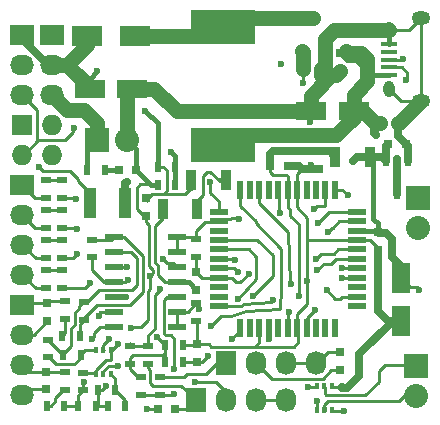
<source format=gbr>
G04 #@! TF.FileFunction,Copper,L1,Top,Signal*
%FSLAX46Y46*%
G04 Gerber Fmt 4.6, Leading zero omitted, Abs format (unit mm)*
G04 Created by KiCad (PCBNEW 4.0.4-stable) date 11/23/16 17:15:38*
%MOMM*%
%LPD*%
G01*
G04 APERTURE LIST*
%ADD10C,0.100000*%
%ADD11R,1.600200X2.600960*%
%ADD12R,1.600000X0.560000*%
%ADD13R,0.560000X1.600000*%
%ADD14R,1.350000X0.400000*%
%ADD15O,0.950000X1.400000*%
%ADD16O,1.550000X1.200000*%
%ADD17R,1.727200X2.032000*%
%ADD18O,1.727200X2.032000*%
%ADD19R,0.750000X0.800000*%
%ADD20R,0.800000X0.750000*%
%ADD21R,2.600960X1.600200*%
%ADD22R,2.499360X1.800860*%
%ADD23R,0.797560X0.797560*%
%ADD24R,1.000000X2.500000*%
%ADD25R,5.400040X2.900680*%
%ADD26R,0.900000X1.700000*%
%ADD27R,2.032000X1.727200*%
%ADD28O,2.032000X1.727200*%
%ADD29R,1.727200X1.727200*%
%ADD30O,1.727200X1.727200*%
%ADD31R,2.032000X2.032000*%
%ADD32O,2.032000X2.032000*%
%ADD33R,0.600000X0.900000*%
%ADD34R,0.900000X0.500000*%
%ADD35R,0.500000X0.900000*%
%ADD36R,1.500000X0.600000*%
%ADD37R,0.304800X0.508000*%
%ADD38C,0.600000*%
%ADD39C,0.250000*%
%ADD40C,0.635000*%
%ADD41C,1.270000*%
%ADD42C,0.400000*%
G04 APERTURE END LIST*
D10*
D11*
X103187500Y-122214640D03*
X103187500Y-125816360D03*
D12*
X87723600Y-116573800D03*
X87723600Y-117373800D03*
X87723600Y-118173800D03*
X87723600Y-118973800D03*
X87723600Y-119773800D03*
X87723600Y-120573800D03*
X87723600Y-121373800D03*
X87723600Y-122173800D03*
X87723600Y-122973800D03*
X87723600Y-123773800D03*
X87723600Y-124573800D03*
D13*
X89573600Y-126423800D03*
X90373600Y-126423800D03*
X91173600Y-126423800D03*
X91973600Y-126423800D03*
X92773600Y-126423800D03*
X93573600Y-126423800D03*
X94373600Y-126423800D03*
X95173600Y-126423800D03*
X95973600Y-126423800D03*
X96773600Y-126423800D03*
X97573600Y-126423800D03*
D12*
X99423600Y-124573800D03*
X99423600Y-123773800D03*
X99423600Y-122973800D03*
X99423600Y-122173800D03*
X99423600Y-121373800D03*
X99423600Y-120573800D03*
X99423600Y-119773800D03*
X99423600Y-118973800D03*
X99423600Y-118173800D03*
X99423600Y-117373800D03*
X99423600Y-116573800D03*
D13*
X97573600Y-114723800D03*
X96773600Y-114723800D03*
X95973600Y-114723800D03*
X95173600Y-114723800D03*
X94373600Y-114723800D03*
X93573600Y-114723800D03*
X92773600Y-114723800D03*
X91973600Y-114723800D03*
X91173600Y-114723800D03*
X90373600Y-114723800D03*
X89573600Y-114723800D03*
D14*
X102132960Y-104996400D03*
X102132960Y-104346400D03*
X102132960Y-103696400D03*
X102132960Y-103046400D03*
X102132960Y-102396400D03*
D15*
X102132960Y-106196400D03*
X102132960Y-101196400D03*
D16*
X104832960Y-107196400D03*
X104832960Y-100196400D03*
D17*
X88328500Y-129349500D03*
D18*
X90868500Y-129349500D03*
X93408500Y-129349500D03*
X95948500Y-129349500D03*
D19*
X98044000Y-128472500D03*
X98044000Y-129972500D03*
D20*
X84062000Y-133248400D03*
X82562000Y-133248400D03*
X101421500Y-109029500D03*
X102921500Y-109029500D03*
D19*
X101219000Y-118312500D03*
X101219000Y-119812500D03*
X85915500Y-129312100D03*
X85915500Y-127812100D03*
X81597500Y-115455000D03*
X81597500Y-116955000D03*
X96202500Y-111454500D03*
X96202500Y-112954500D03*
D21*
X99146360Y-108077000D03*
X95544640Y-108077000D03*
D19*
X98044000Y-103136000D03*
X98044000Y-104636000D03*
D20*
X102056500Y-110807500D03*
X103556500Y-110807500D03*
D19*
X73215500Y-125845000D03*
X73215500Y-124345000D03*
X73152000Y-131610800D03*
X73152000Y-130110800D03*
D21*
X76812140Y-106172000D03*
X80413860Y-106172000D03*
D19*
X85852000Y-123178000D03*
X85852000Y-121678000D03*
X94805500Y-111454500D03*
X94805500Y-112954500D03*
D20*
X92087000Y-112712500D03*
X93587000Y-112712500D03*
D22*
X76614020Y-101727000D03*
X80611980Y-101727000D03*
D23*
X79260700Y-113030000D03*
X80759300Y-113030000D03*
D24*
X76808200Y-115824000D03*
X79808200Y-115824000D03*
D25*
X88138000Y-100916740D03*
X88138000Y-110919260D03*
D26*
X100510000Y-111950500D03*
X97610000Y-111950500D03*
X88318000Y-113919000D03*
X85418000Y-113919000D03*
X83005000Y-116332000D03*
X85905000Y-116332000D03*
D27*
X71120000Y-114300000D03*
D28*
X71120000Y-116840000D03*
X71120000Y-119380000D03*
X71120000Y-121920000D03*
D29*
X71120000Y-109220000D03*
D30*
X73660000Y-109220000D03*
X71120000Y-111760000D03*
X73660000Y-111760000D03*
D17*
X85788500Y-132524500D03*
D18*
X88328500Y-132524500D03*
X90868500Y-132524500D03*
X93408500Y-132524500D03*
D27*
X71120000Y-124460000D03*
D28*
X71120000Y-127000000D03*
X71120000Y-129540000D03*
X71120000Y-132080000D03*
D31*
X77470000Y-110490000D03*
D32*
X80010000Y-110490000D03*
D31*
X104470200Y-129616200D03*
D32*
X104470200Y-132156200D03*
D27*
X71120000Y-101600000D03*
D28*
X71120000Y-104140000D03*
X71120000Y-106680000D03*
D27*
X73660000Y-101600000D03*
D28*
X73660000Y-104140000D03*
X73660000Y-106680000D03*
D33*
X95758000Y-100200000D03*
X96708000Y-103000000D03*
X94808000Y-103000000D03*
D34*
X82753200Y-132068000D03*
X82753200Y-130568000D03*
X81788000Y-127951800D03*
X81788000Y-129451800D03*
X81127600Y-132068000D03*
X81127600Y-130568000D03*
X80187800Y-129451800D03*
X80187800Y-127951800D03*
D35*
X84684300Y-129324100D03*
X83184300Y-129324100D03*
X84684300Y-127850900D03*
X83184300Y-127850900D03*
D34*
X73101200Y-121525600D03*
X73101200Y-123025600D03*
X73101200Y-119011000D03*
X73101200Y-120511000D03*
X73101200Y-116420200D03*
X73101200Y-117920200D03*
X73101200Y-113880200D03*
X73101200Y-115380200D03*
X74498200Y-123025600D03*
X74498200Y-121525600D03*
X74498200Y-120511000D03*
X74498200Y-119011000D03*
X74498200Y-117920200D03*
X74498200Y-116420200D03*
X74498200Y-115380200D03*
X74498200Y-113880200D03*
D35*
X78320200Y-132994400D03*
X79820200Y-132994400D03*
X77482000Y-131673600D03*
X78982000Y-131673600D03*
X74535600Y-128676400D03*
X76035600Y-128676400D03*
D34*
X73304400Y-127418400D03*
X73304400Y-128918400D03*
X76327000Y-125718000D03*
X76327000Y-124218000D03*
D35*
X75805600Y-132994400D03*
X77305600Y-132994400D03*
D34*
X85852000Y-124345000D03*
X85852000Y-125845000D03*
D35*
X74497500Y-127063500D03*
X75997500Y-127063500D03*
X73164000Y-132994400D03*
X74664000Y-132994400D03*
D34*
X74739500Y-124154500D03*
X74739500Y-125654500D03*
X74726800Y-130161600D03*
X74726800Y-131661600D03*
D35*
X82562000Y-112776000D03*
X84062000Y-112776000D03*
X84062000Y-114300000D03*
X82562000Y-114300000D03*
D34*
X85826600Y-120384000D03*
X85826600Y-118884000D03*
X77025500Y-118947500D03*
X77025500Y-120447500D03*
X76250800Y-130212400D03*
X76250800Y-131712400D03*
D35*
X94881000Y-104521000D03*
X96381000Y-104521000D03*
X76593000Y-113030000D03*
X78093000Y-113030000D03*
D33*
X102806500Y-115065000D03*
X101856500Y-112265000D03*
X103756500Y-112265000D03*
D36*
X84234000Y-126365000D03*
X84234000Y-125095000D03*
X84234000Y-123825000D03*
X84234000Y-122555000D03*
X84234000Y-121285000D03*
X84234000Y-120015000D03*
X84234000Y-118745000D03*
X78834000Y-118745000D03*
X78834000Y-120015000D03*
X78834000Y-121285000D03*
X78834000Y-122555000D03*
X78834000Y-123825000D03*
X78834000Y-125095000D03*
X78834000Y-126365000D03*
D37*
X78613000Y-128320800D03*
X77343000Y-128320800D03*
X78613000Y-130352800D03*
X77978000Y-128320800D03*
X77343000Y-130352800D03*
X77978000Y-130352800D03*
X96037400Y-133324600D03*
X97307400Y-133324600D03*
X96037400Y-131292600D03*
X96672400Y-133324600D03*
X97307400Y-131292600D03*
X96672400Y-131292600D03*
D31*
X104597200Y-115392200D03*
D32*
X104597200Y-117932200D03*
D38*
X93014800Y-104063800D03*
X85750400Y-130962400D03*
X81635600Y-133248400D03*
X101041200Y-110083600D03*
X102793800Y-112090200D03*
X95199200Y-122428000D03*
X90271600Y-121843800D03*
X98145600Y-131419600D03*
X96062800Y-132562600D03*
X95504000Y-108966000D03*
X95567500Y-112585500D03*
X79222600Y-127762000D03*
X80289400Y-126390400D03*
X75514200Y-109474000D03*
X80060800Y-122326400D03*
X81940400Y-122021600D03*
X104724200Y-123215400D03*
X95885000Y-124891800D03*
X99123500Y-112268000D03*
X79946500Y-114046000D03*
X94513400Y-123723400D03*
X86817200Y-128803400D03*
X77470000Y-104648000D03*
X81534000Y-108077000D03*
X72491600Y-112826800D03*
X87020400Y-114071400D03*
X83693000Y-111506000D03*
X92900500Y-116649500D03*
X89471500Y-117157500D03*
X90614500Y-123698000D03*
X78422500Y-127381000D03*
X89344500Y-123952000D03*
X79184500Y-129603500D03*
X80010000Y-121285000D03*
X89154000Y-120650000D03*
X79883000Y-123825000D03*
X89344500Y-121666000D03*
X93662500Y-125031500D03*
X92329000Y-124015500D03*
X98323400Y-133477000D03*
X88849200Y-127355600D03*
X91973400Y-127355600D03*
X95326200Y-131445000D03*
X96875600Y-123215400D03*
X94894400Y-105714800D03*
X103581200Y-105410000D03*
X98145600Y-122174000D03*
X103301800Y-103657400D03*
X98171000Y-121361200D03*
X96075500Y-121539000D03*
X76835000Y-122618500D03*
X95948500Y-120586500D03*
X75755500Y-120142000D03*
X96964500Y-118300500D03*
X75755500Y-118046500D03*
X96139000Y-117538500D03*
X75692000Y-115506500D03*
X98679000Y-115189000D03*
X95821500Y-116332000D03*
X93827600Y-122656600D03*
X86106000Y-124841000D03*
X87122000Y-126238000D03*
X82550000Y-127190500D03*
X83921600Y-132029200D03*
X83921600Y-129895600D03*
X82981800Y-120599200D03*
X82804000Y-123088400D03*
X78206600Y-131318000D03*
X77597000Y-125399800D03*
X76327000Y-131013200D03*
X77012800Y-127355600D03*
D39*
X95948500Y-129349500D02*
X96075500Y-129349500D01*
X96075500Y-129349500D02*
X96952500Y-128472500D01*
X96952500Y-128472500D02*
X98044000Y-128472500D01*
X95948500Y-129349500D02*
X93408500Y-129349500D01*
X82753200Y-130568000D02*
X84824000Y-130568000D01*
X86664800Y-130302000D02*
X87617300Y-129349500D01*
X85090000Y-130302000D02*
X86664800Y-130302000D01*
X84824000Y-130568000D02*
X85090000Y-130302000D01*
X87617300Y-129349500D02*
X88328500Y-129349500D01*
X98044000Y-129972500D02*
X97281300Y-129972500D01*
X92227400Y-130708400D02*
X90868500Y-129349500D01*
X96545400Y-130708400D02*
X92227400Y-130708400D01*
X97281300Y-129972500D02*
X96545400Y-130708400D01*
X90868500Y-129349500D02*
X90932000Y-129349500D01*
X84062000Y-133248400D02*
X85064600Y-133248400D01*
X85064600Y-133248400D02*
X85788500Y-132524500D01*
X90868500Y-132524500D02*
X93408500Y-132524500D01*
X85788500Y-132524500D02*
X85788500Y-132626100D01*
X84582000Y-131318000D02*
X85788500Y-132524500D01*
X82194400Y-131318000D02*
X84582000Y-131318000D01*
X81940400Y-131064000D02*
X82194400Y-131318000D01*
X81940400Y-129997200D02*
X81940400Y-131064000D01*
X81788000Y-129844800D02*
X81940400Y-129997200D01*
X81788000Y-129451800D02*
X81788000Y-129844800D01*
X81788000Y-129451800D02*
X81788000Y-129667000D01*
X82562000Y-133248400D02*
X81635600Y-133248400D01*
X87528400Y-131013200D02*
X88328500Y-131813300D01*
X85801200Y-131013200D02*
X87528400Y-131013200D01*
X85750400Y-130962400D02*
X85801200Y-131013200D01*
X88328500Y-131813300D02*
X88328500Y-132524500D01*
D40*
X102806500Y-115065000D02*
X102806500Y-112102900D01*
X100888800Y-109931200D02*
X100888800Y-109016800D01*
X101041200Y-110083600D02*
X100888800Y-109931200D01*
X102806500Y-112102900D02*
X102793800Y-112090200D01*
X98552000Y-109321600D02*
X98501200Y-109270800D01*
X98501200Y-109270800D02*
X98552000Y-109321600D01*
X98552000Y-109321600D02*
X98552000Y-109220000D01*
D41*
X99146360Y-108077000D02*
X99949000Y-108077000D01*
X99949000Y-108077000D02*
X100888800Y-109016800D01*
X100888800Y-109016800D02*
X101028500Y-109156500D01*
X101028500Y-109156500D02*
X101421500Y-109029500D01*
X100330000Y-104648000D02*
X100330000Y-103632000D01*
X98615500Y-103124000D02*
X98488500Y-102997000D01*
X99822000Y-103124000D02*
X98615500Y-103124000D01*
X100330000Y-103632000D02*
X99822000Y-103124000D01*
X99146360Y-108077000D02*
X99146360Y-106720640D01*
X100330000Y-105537000D02*
X100330000Y-104648000D01*
X99146360Y-106720640D02*
X100330000Y-105537000D01*
D42*
X102132960Y-104996400D02*
X100678400Y-104996400D01*
X100678400Y-104996400D02*
X100330000Y-104648000D01*
X98603500Y-103695500D02*
X98044000Y-103136000D01*
X100330000Y-104648000D02*
X99377500Y-103695500D01*
X99377500Y-103695500D02*
X98603500Y-103695500D01*
D41*
X99146360Y-108077000D02*
X99146360Y-108625640D01*
X99146360Y-108625640D02*
X98552000Y-109220000D01*
X98552000Y-109220000D02*
X97663000Y-110109000D01*
X97663000Y-110109000D02*
X88948260Y-110109000D01*
X88948260Y-110109000D02*
X88138000Y-110919260D01*
D39*
X87723600Y-122173800D02*
X88823600Y-122173800D01*
X95199200Y-122428000D02*
X95250000Y-122428000D01*
X89560400Y-122555000D02*
X90271600Y-121843800D01*
X89204800Y-122555000D02*
X89560400Y-122555000D01*
X88823600Y-122173800D02*
X89204800Y-122555000D01*
X95250000Y-122428000D02*
X95224600Y-122428000D01*
X95224600Y-122428000D02*
X95250000Y-122428000D01*
X101219000Y-119812500D02*
X101219000Y-119659400D01*
X101219000Y-119659400D02*
X100533400Y-118973800D01*
X100533400Y-118973800D02*
X99423600Y-118973800D01*
D41*
X95544640Y-108077000D02*
X95544640Y-106766360D01*
X95544640Y-106766360D02*
X97282000Y-105029000D01*
D40*
X102921500Y-109029500D02*
X102921500Y-110172500D01*
X102921500Y-110172500D02*
X103556500Y-110807500D01*
X103756500Y-112265000D02*
X103756500Y-111007500D01*
X103756500Y-111007500D02*
X103556500Y-110807500D01*
X103187500Y-125816360D02*
X102067360Y-125816360D01*
X101219000Y-124968000D02*
X101219000Y-119812500D01*
X102067360Y-125816360D02*
X101219000Y-124968000D01*
X103187500Y-125816360D02*
X102453440Y-125816360D01*
X102453440Y-125816360D02*
X99618800Y-128651000D01*
X99618800Y-128651000D02*
X99618800Y-130454400D01*
X99618800Y-130454400D02*
X98584902Y-131488298D01*
X98584902Y-131488298D02*
X98145600Y-131488298D01*
X98145600Y-131488298D02*
X98145600Y-131445000D01*
D39*
X96075500Y-133477000D02*
X96075500Y-132575300D01*
X98120200Y-131445000D02*
X98145600Y-131445000D01*
X98145600Y-131445000D02*
X97345500Y-131445000D01*
X98145600Y-131419600D02*
X98120200Y-131445000D01*
X96075500Y-132575300D02*
X96062800Y-132562600D01*
X90576400Y-127990600D02*
X94081600Y-127990600D01*
X94462600Y-127609600D02*
X94462600Y-126512800D01*
X94081600Y-127990600D02*
X94462600Y-127609600D01*
X94462600Y-126512800D02*
X94373600Y-126423800D01*
X85915500Y-127812100D02*
X86943500Y-127812100D01*
X91173600Y-127622000D02*
X91173600Y-126423800D01*
X90805000Y-127990600D02*
X91173600Y-127622000D01*
X87122000Y-127990600D02*
X90576400Y-127990600D01*
X90576400Y-127990600D02*
X90805000Y-127990600D01*
X86943500Y-127812100D02*
X87122000Y-127990600D01*
D41*
X102921500Y-109029500D02*
X102999860Y-109029500D01*
X102999860Y-109029500D02*
X104832960Y-107196400D01*
D39*
X104832960Y-107196400D02*
X103132960Y-107196400D01*
X103132960Y-107196400D02*
X102132960Y-106196400D01*
X104832960Y-100196400D02*
X104832960Y-107196400D01*
X102132960Y-101196400D02*
X103832960Y-101196400D01*
X103832960Y-101196400D02*
X104832960Y-100196400D01*
D41*
X96708000Y-103000000D02*
X96708000Y-101983500D01*
X97495100Y-101196400D02*
X102132960Y-101196400D01*
X96708000Y-101983500D02*
X97495100Y-101196400D01*
D42*
X102132960Y-102396400D02*
X102132960Y-101196400D01*
D39*
X95377000Y-112954500D02*
X95377000Y-112776000D01*
X95544640Y-108925360D02*
X95544640Y-108077000D01*
X95504000Y-108966000D02*
X95544640Y-108925360D01*
X95377000Y-112776000D02*
X95567500Y-112585500D01*
X94373600Y-114723800D02*
X94373600Y-113386400D01*
X94373600Y-113386400D02*
X94805500Y-112954500D01*
D40*
X96202500Y-112954500D02*
X95377000Y-112954500D01*
X95377000Y-112954500D02*
X94805500Y-112954500D01*
X93587000Y-112712500D02*
X94563500Y-112712500D01*
X94563500Y-112712500D02*
X94805500Y-112954500D01*
D41*
X95544640Y-108077000D02*
X84201000Y-108077000D01*
X84201000Y-108077000D02*
X82296000Y-106172000D01*
X82296000Y-106172000D02*
X80413860Y-106172000D01*
D39*
X99423600Y-118973800D02*
X95250000Y-118973800D01*
X95186500Y-118935500D02*
X95250000Y-118935500D01*
X95211700Y-118935500D02*
X95186500Y-118935500D01*
X95250000Y-118973800D02*
X95211700Y-118935500D01*
X94373600Y-126423800D02*
X94373600Y-125272900D01*
X94373600Y-125272900D02*
X95250000Y-124396500D01*
X95250000Y-124396500D02*
X95250000Y-122428000D01*
X94373600Y-116217600D02*
X94373600Y-114723800D01*
X95250000Y-117094000D02*
X94373600Y-116217600D01*
X95250000Y-122428000D02*
X95250000Y-118935500D01*
X95250000Y-118935500D02*
X95250000Y-117094000D01*
X78613000Y-128320800D02*
X78663800Y-128320800D01*
X78663800Y-128320800D02*
X79222600Y-127762000D01*
X81940400Y-122021600D02*
X81940400Y-123139200D01*
X80365600Y-126314200D02*
X80289400Y-126390400D01*
X81178400Y-126314200D02*
X80365600Y-126314200D01*
X81788000Y-125704600D02*
X81178400Y-126314200D01*
X81788000Y-123291600D02*
X81788000Y-125704600D01*
X81940400Y-123139200D02*
X81788000Y-123291600D01*
X77343000Y-130352800D02*
X77343000Y-129970402D01*
X77343000Y-129970402D02*
X78198004Y-129115398D01*
X78198004Y-129115398D02*
X78580402Y-129115398D01*
X78580402Y-129115398D02*
X78613000Y-129082800D01*
X78613000Y-129082800D02*
X78613000Y-128320800D01*
X87723600Y-122173800D02*
X86347800Y-122173800D01*
X86347800Y-122173800D02*
X85852000Y-121678000D01*
X81597500Y-116955000D02*
X81445800Y-116955000D01*
X81445800Y-116955000D02*
X80797400Y-116306600D01*
X81089500Y-114236500D02*
X81724500Y-114236500D01*
X80797400Y-114528600D02*
X81089500Y-114236500D01*
X80797400Y-116306600D02*
X80797400Y-114528600D01*
X81788000Y-114173000D02*
X81788000Y-114058700D01*
X81724500Y-114236500D02*
X81845150Y-114115850D01*
X81845150Y-114115850D02*
X81788000Y-114173000D01*
X75361800Y-109829600D02*
X74701400Y-110490000D01*
X75514200Y-109474000D02*
X75361800Y-109626400D01*
X75361800Y-109626400D02*
X75361800Y-109829600D01*
X72517000Y-110490000D02*
X72390000Y-110617000D01*
X74701400Y-110490000D02*
X72517000Y-110490000D01*
X86092600Y-127635000D02*
X85915500Y-127812100D01*
X85915500Y-127812100D02*
X85915500Y-125908500D01*
X85915500Y-125908500D02*
X85852000Y-125845000D01*
X84684300Y-127850900D02*
X85876700Y-127850900D01*
X85876700Y-127850900D02*
X85915500Y-127812100D01*
X85826600Y-120384000D02*
X85826600Y-121652600D01*
X85826600Y-121652600D02*
X85852000Y-121678000D01*
X78834000Y-122555000D02*
X79832200Y-122555000D01*
X79832200Y-122555000D02*
X80060800Y-122326400D01*
X81864200Y-121165198D02*
X81864200Y-117678200D01*
X81940400Y-122021600D02*
X82169000Y-121793000D01*
X82169000Y-121793000D02*
X82169000Y-121469998D01*
X82169000Y-121469998D02*
X81864200Y-121165198D01*
X76250800Y-130212400D02*
X77202600Y-130212400D01*
X77202600Y-130212400D02*
X77343000Y-130352800D01*
X78834000Y-122555000D02*
X78054200Y-122555000D01*
X77025500Y-121526300D02*
X77025500Y-120447500D01*
X78054200Y-122555000D02*
X77025500Y-121526300D01*
X81597500Y-116955000D02*
X81597500Y-117411500D01*
X81597500Y-117411500D02*
X81864200Y-117678200D01*
D42*
X85852000Y-121678000D02*
X85864000Y-121678000D01*
D41*
X96381000Y-105029000D02*
X97282000Y-105029000D01*
X96381000Y-104521000D02*
X96381000Y-105029000D01*
X97282000Y-105029000D02*
X97651000Y-105029000D01*
X97651000Y-105029000D02*
X98044000Y-104636000D01*
X96508000Y-104648000D02*
X96381000Y-104521000D01*
X96708000Y-103000000D02*
X96708000Y-104194000D01*
X96708000Y-104194000D02*
X96381000Y-104521000D01*
D42*
X80759300Y-113030000D02*
X80759300Y-111239300D01*
X80759300Y-111239300D02*
X80010000Y-110490000D01*
X82562000Y-114300000D02*
X82029300Y-114300000D01*
X82029300Y-114300000D02*
X81788000Y-114058700D01*
X81788000Y-114058700D02*
X80759300Y-113030000D01*
D39*
X71120000Y-111760000D02*
X71247000Y-111760000D01*
X71247000Y-111760000D02*
X72390000Y-110617000D01*
X72390000Y-110617000D02*
X72390000Y-107950000D01*
X72390000Y-107950000D02*
X71120000Y-106680000D01*
D41*
X80010000Y-110490000D02*
X80010000Y-106575860D01*
X80010000Y-106575860D02*
X80413860Y-106172000D01*
D40*
X103187500Y-122214640D02*
X103187500Y-121196100D01*
X103187500Y-121196100D02*
X102387400Y-120396000D01*
X101904800Y-118414800D02*
X101321300Y-118414800D01*
X102387400Y-118897400D02*
X101904800Y-118414800D01*
X102387400Y-120396000D02*
X102387400Y-118897400D01*
X101321300Y-118414800D02*
X101219000Y-118312500D01*
D39*
X95173600Y-126423800D02*
X95173600Y-125603200D01*
X104495600Y-122986800D02*
X103959660Y-122986800D01*
X104724200Y-123215400D02*
X104495600Y-122986800D01*
X95173600Y-125603200D02*
X95885000Y-124891800D01*
X103959660Y-122986800D02*
X103187500Y-122214640D01*
D40*
X100510000Y-111950500D02*
X101542000Y-111950500D01*
X101542000Y-111950500D02*
X101856500Y-112265000D01*
X101856500Y-112265000D02*
X101856500Y-111432300D01*
X101856500Y-112265000D02*
X101856500Y-111432300D01*
X101856500Y-111432300D02*
X101856500Y-111007500D01*
X101856500Y-111007500D02*
X102056500Y-110807500D01*
D42*
X100838000Y-112278500D02*
X100510000Y-111950500D01*
X100838000Y-117157500D02*
X100838000Y-112278500D01*
X101219000Y-117538500D02*
X100838000Y-117157500D01*
X101219000Y-118312500D02*
X101219000Y-117538500D01*
X101080300Y-118173800D02*
X101219000Y-118312500D01*
X99423600Y-118173800D02*
X101080300Y-118173800D01*
D40*
X79808200Y-115824000D02*
X79808200Y-114184300D01*
X99441000Y-111950500D02*
X100510000Y-111950500D01*
X99123500Y-112268000D02*
X99441000Y-111950500D01*
X79808200Y-114184300D02*
X79946500Y-114046000D01*
D39*
X85915500Y-129312100D02*
X86308500Y-129312100D01*
X93573600Y-116205000D02*
X93573600Y-114723800D01*
X93802200Y-116433600D02*
X93573600Y-116205000D01*
X93802200Y-116941600D02*
X93802200Y-116433600D01*
X94513400Y-117652800D02*
X93802200Y-116941600D01*
X94513400Y-123723400D02*
X94513400Y-117652800D01*
X86308500Y-129312100D02*
X86817200Y-128803400D01*
D40*
X96202500Y-111454500D02*
X97114000Y-111454500D01*
X97114000Y-111454500D02*
X97610000Y-111950500D01*
X94805500Y-111454500D02*
X96202500Y-111454500D01*
X92087000Y-112712500D02*
X92087000Y-111684500D01*
X92317000Y-111454500D02*
X94805500Y-111454500D01*
X92087000Y-111684500D02*
X92317000Y-111454500D01*
D39*
X93573600Y-114723800D02*
X93573600Y-113576100D01*
X93573600Y-113576100D02*
X93472000Y-113474500D01*
X93472000Y-113474500D02*
X92329000Y-113474500D01*
X92329000Y-113474500D02*
X92087000Y-113232500D01*
X92087000Y-113232500D02*
X92087000Y-112712500D01*
X85915500Y-129312100D02*
X86270400Y-129312100D01*
X93662500Y-114812700D02*
X93573600Y-114723800D01*
X93726000Y-114876200D02*
X93573600Y-114723800D01*
X85915500Y-129312100D02*
X86079900Y-129312100D01*
X85915500Y-129312100D02*
X84696300Y-129312100D01*
X84696300Y-129312100D02*
X84684300Y-129324100D01*
X83083400Y-115112800D02*
X84886800Y-115112800D01*
X84886800Y-115112800D02*
X85418000Y-114581600D01*
X85418000Y-114581600D02*
X85418000Y-113919000D01*
X81597500Y-115455000D02*
X81776000Y-115455000D01*
X81776000Y-115455000D02*
X82118200Y-115112800D01*
X83058000Y-112776000D02*
X82562000Y-112776000D01*
X83362800Y-113080800D02*
X83058000Y-112776000D01*
X83362800Y-114833400D02*
X83362800Y-113080800D01*
X83083400Y-115112800D02*
X83362800Y-114833400D01*
X82118200Y-115112800D02*
X83083400Y-115112800D01*
X81597500Y-115455000D02*
X81839500Y-115455000D01*
X81661000Y-115685000D02*
X81661000Y-115570000D01*
D42*
X85418000Y-113919000D02*
X85418000Y-114607000D01*
X82562000Y-112776000D02*
X82562000Y-109105000D01*
X76812140Y-105305860D02*
X76812140Y-106172000D01*
X77470000Y-104648000D02*
X76812140Y-105305860D01*
X82562000Y-109105000D02*
X81534000Y-108077000D01*
D40*
X73660000Y-104140000D02*
X73279000Y-104140000D01*
X73279000Y-104140000D02*
X71120000Y-101981000D01*
X71120000Y-101981000D02*
X71120000Y-101600000D01*
D41*
X76812140Y-106172000D02*
X76812140Y-106022140D01*
X76812140Y-106022140D02*
X74930000Y-104140000D01*
X76614020Y-101727000D02*
X76614020Y-102455980D01*
X76614020Y-102455980D02*
X74930000Y-104140000D01*
X74930000Y-104140000D02*
X73660000Y-104140000D01*
D39*
X71120000Y-127000000D02*
X72060500Y-127000000D01*
X72060500Y-127000000D02*
X73215500Y-125845000D01*
X73215500Y-124345000D02*
X71235000Y-124345000D01*
X71235000Y-124345000D02*
X71120000Y-124460000D01*
X74739500Y-124154500D02*
X73406000Y-124154500D01*
X73406000Y-124154500D02*
X73215500Y-124345000D01*
X71589200Y-131610800D02*
X71120000Y-132080000D01*
X71335200Y-131864800D02*
X71120000Y-132080000D01*
X73152000Y-131610800D02*
X71589200Y-131610800D01*
X73152000Y-130110800D02*
X74676000Y-130110800D01*
X74676000Y-130110800D02*
X74726800Y-130161600D01*
X73152000Y-130110800D02*
X71690800Y-130110800D01*
X71690800Y-130110800D02*
X71120000Y-129540000D01*
X84234000Y-122555000D02*
X83210400Y-122555000D01*
X82314202Y-117761598D02*
X83005000Y-117070800D01*
X82314202Y-120853200D02*
X82314202Y-117761598D01*
X82619002Y-121158000D02*
X82314202Y-120853200D01*
X82619002Y-121963602D02*
X82619002Y-121158000D01*
X83210400Y-122555000D02*
X82619002Y-121963602D01*
X83005000Y-117070800D02*
X83005000Y-116332000D01*
D42*
X84234000Y-122555000D02*
X85229000Y-122555000D01*
X85229000Y-122555000D02*
X85852000Y-123178000D01*
D41*
X80611980Y-101727000D02*
X87327740Y-101727000D01*
X87327740Y-101727000D02*
X88138000Y-100916740D01*
X95758000Y-100200000D02*
X88854740Y-100200000D01*
X88854740Y-100200000D02*
X88138000Y-100916740D01*
D42*
X79260700Y-113030000D02*
X78093000Y-113030000D01*
D39*
X76808200Y-114984400D02*
X75793600Y-113969800D01*
X76808200Y-115824000D02*
X76808200Y-114984400D01*
X75793600Y-113969800D02*
X75793600Y-113766600D01*
X75793600Y-113766600D02*
X75184000Y-113157000D01*
X75184000Y-113157000D02*
X72821800Y-113157000D01*
X72821800Y-113157000D02*
X72491600Y-112826800D01*
X87723600Y-116573800D02*
X87723600Y-115663600D01*
X87020400Y-114960400D02*
X87020400Y-114071400D01*
X87723600Y-115663600D02*
X87020400Y-114960400D01*
D42*
X84062000Y-114300000D02*
X84062000Y-112776000D01*
X83693000Y-111506000D02*
X84074000Y-111887000D01*
X84074000Y-111887000D02*
X84074000Y-112764000D01*
X84074000Y-112764000D02*
X84062000Y-112776000D01*
D39*
X87723600Y-117373800D02*
X89370300Y-117056300D01*
X92837000Y-116586000D02*
X92837000Y-114787200D01*
X92900500Y-116649500D02*
X92837000Y-116586000D01*
X89370300Y-117056300D02*
X89471500Y-117157500D01*
X92837000Y-114787200D02*
X92773600Y-114723800D01*
X92773500Y-114723900D02*
X92773600Y-114723800D01*
X85826600Y-118884000D02*
X85826600Y-118211600D01*
X86563200Y-117475000D02*
X87622400Y-117475000D01*
X85826600Y-118211600D02*
X86563200Y-117475000D01*
X87622400Y-117475000D02*
X87723600Y-117373800D01*
X84234000Y-118745000D02*
X85687600Y-118745000D01*
X85687600Y-118745000D02*
X85826600Y-118884000D01*
X84234000Y-120015000D02*
X84234000Y-118745000D01*
X77978000Y-128320800D02*
X77978000Y-127825500D01*
X90995500Y-118935500D02*
X87761900Y-118935500D01*
X92329000Y-120269000D02*
X90995500Y-118935500D01*
X92329000Y-121983500D02*
X92329000Y-120269000D01*
X90614500Y-123698000D02*
X92329000Y-121983500D01*
X77978000Y-127825500D02*
X78422500Y-127381000D01*
X87761900Y-118935500D02*
X87723600Y-118973800D01*
X78041500Y-128257300D02*
X77978000Y-128320800D01*
X77978000Y-130352800D02*
X77978000Y-130048000D01*
X90309800Y-119773800D02*
X87723600Y-119773800D01*
X90932000Y-120396000D02*
X90309800Y-119773800D01*
X90932000Y-122237500D02*
X90932000Y-120396000D01*
X89344500Y-123952000D02*
X90932000Y-122237500D01*
X78422500Y-129603500D02*
X79184500Y-129603500D01*
X77978000Y-130048000D02*
X78422500Y-129603500D01*
X87723600Y-120573800D02*
X89077800Y-120573800D01*
X80010000Y-121285000D02*
X78834000Y-121285000D01*
X89077800Y-120573800D02*
X89154000Y-120650000D01*
X87723600Y-121373800D02*
X89052300Y-121373800D01*
X79883000Y-123825000D02*
X78834000Y-123825000D01*
X89052300Y-121373800D02*
X89344500Y-121666000D01*
X87723600Y-124573800D02*
X89140800Y-124573800D01*
X93573600Y-125120400D02*
X93573600Y-126423800D01*
X93662500Y-125031500D02*
X93573600Y-125120400D01*
X92138500Y-124206000D02*
X92329000Y-124015500D01*
X89852500Y-124396500D02*
X92138500Y-124206000D01*
X89662000Y-124587000D02*
X89852500Y-124396500D01*
X89154000Y-124587000D02*
X89662000Y-124587000D01*
X89140800Y-124573800D02*
X89154000Y-124587000D01*
X89573600Y-126423800D02*
X89573600Y-126631200D01*
X89573600Y-126631200D02*
X88849200Y-127355600D01*
X98323400Y-133477000D02*
X97345500Y-133477000D01*
X89573600Y-126423800D02*
X89573600Y-126605800D01*
X96075500Y-131445000D02*
X95326200Y-131445000D01*
X91973600Y-127355400D02*
X91973600Y-126423800D01*
X91973400Y-127355600D02*
X91973600Y-127355400D01*
X94881000Y-104521000D02*
X94881000Y-105701400D01*
X98146000Y-123773800D02*
X99423600Y-123773800D01*
X97993200Y-123926600D02*
X98146000Y-123773800D01*
X97586800Y-123926600D02*
X97993200Y-123926600D01*
X96875600Y-123215400D02*
X97586800Y-123926600D01*
X94881000Y-105701400D02*
X94894400Y-105714800D01*
X94869000Y-103657400D02*
X94881000Y-103657400D01*
X94881000Y-103657400D02*
X94869000Y-103657400D01*
X94869000Y-103657400D02*
X94881000Y-103657400D01*
D41*
X94881000Y-104521000D02*
X94881000Y-103657400D01*
X94881000Y-103657400D02*
X94881000Y-103073000D01*
X94881000Y-103073000D02*
X94808000Y-103000000D01*
D39*
X99423600Y-122173800D02*
X98145800Y-122173800D01*
X103228800Y-104346400D02*
X102132960Y-104346400D01*
X103708200Y-104825800D02*
X103228800Y-104346400D01*
X103708200Y-105283000D02*
X103708200Y-104825800D01*
X103581200Y-105410000D02*
X103708200Y-105283000D01*
X98145800Y-122173800D02*
X98145600Y-122174000D01*
X102136160Y-104343200D02*
X102132960Y-104346400D01*
X99423600Y-121373800D02*
X98183600Y-121373800D01*
X103262800Y-103696400D02*
X102132960Y-103696400D01*
X103301800Y-103657400D02*
X103262800Y-103696400D01*
X98183600Y-121373800D02*
X98171000Y-121361200D01*
X74498200Y-123025600D02*
X76427900Y-123025600D01*
X97675700Y-120573800D02*
X99423600Y-120573800D01*
X97282000Y-120967500D02*
X97675700Y-120573800D01*
X96647000Y-120967500D02*
X97282000Y-120967500D01*
X96075500Y-121539000D02*
X96647000Y-120967500D01*
X76427900Y-123025600D02*
X76835000Y-122618500D01*
X74498200Y-120511000D02*
X75386500Y-120511000D01*
X97840700Y-119773800D02*
X99423600Y-119773800D01*
X97472500Y-120142000D02*
X97840700Y-119773800D01*
X96393000Y-120142000D02*
X97472500Y-120142000D01*
X95948500Y-120586500D02*
X96393000Y-120142000D01*
X75386500Y-120511000D02*
X75755500Y-120142000D01*
X74498200Y-117920200D02*
X75629200Y-117920200D01*
X97954700Y-117373800D02*
X99423600Y-117373800D01*
X97409000Y-117919500D02*
X97954700Y-117373800D01*
X97345500Y-117919500D02*
X97409000Y-117919500D01*
X96964500Y-118300500D02*
X97345500Y-117919500D01*
X75629200Y-117920200D02*
X75755500Y-118046500D01*
X74498200Y-115380200D02*
X75565700Y-115380200D01*
X97103700Y-116573800D02*
X99423600Y-116573800D01*
X96139000Y-117538500D02*
X97103700Y-116573800D01*
X75565700Y-115380200D02*
X75692000Y-115506500D01*
X98679000Y-115189000D02*
X98213800Y-114723800D01*
X98213800Y-114723800D02*
X97573600Y-114723800D01*
X95821500Y-116332000D02*
X96075500Y-116078000D01*
X96075500Y-116078000D02*
X96710500Y-116078000D01*
X96710500Y-116078000D02*
X96773600Y-116014900D01*
X96773600Y-116014900D02*
X96773600Y-114723800D01*
X85852000Y-124345000D02*
X85852000Y-124587000D01*
X85852000Y-124587000D02*
X86106000Y-124841000D01*
X91173600Y-115875100D02*
X91173600Y-114723800D01*
X93599000Y-118300500D02*
X91173600Y-115875100D01*
X93764100Y-122593100D02*
X93599000Y-118300500D01*
X93827600Y-122656600D02*
X93764100Y-122593100D01*
X84234000Y-126365000D02*
X84234000Y-125095000D01*
X84234000Y-125095000D02*
X85102000Y-125095000D01*
X85102000Y-125095000D02*
X85852000Y-124345000D01*
X83184300Y-127850900D02*
X83184300Y-127824800D01*
X83184300Y-127824800D02*
X82550000Y-127190500D01*
X89573600Y-116053100D02*
X89573600Y-114723800D01*
X90868500Y-117348000D02*
X89573600Y-116053100D01*
X90868500Y-117538500D02*
X90868500Y-117348000D01*
X93027500Y-119697500D02*
X90868500Y-117538500D01*
X93027500Y-123063000D02*
X93027500Y-119697500D01*
X92900500Y-124841000D02*
X93027500Y-123063000D01*
X90043000Y-124968000D02*
X92900500Y-124841000D01*
X88773000Y-125412500D02*
X90043000Y-124968000D01*
X87947500Y-125412500D02*
X88773000Y-125412500D01*
X87122000Y-126238000D02*
X87947500Y-125412500D01*
X80810800Y-130568000D02*
X81127600Y-130568000D01*
X80187800Y-129451800D02*
X80187800Y-128981200D01*
X83007200Y-128701800D02*
X83184300Y-128524700D01*
X80467200Y-128701800D02*
X83007200Y-128701800D01*
X80187800Y-128981200D02*
X80467200Y-128701800D01*
X83184300Y-127850900D02*
X83184300Y-128524700D01*
X83184300Y-128524700D02*
X83184300Y-129324100D01*
X80187800Y-129451800D02*
X80187800Y-129895600D01*
X80187800Y-129895600D02*
X80860200Y-130568000D01*
X80860200Y-130568000D02*
X81127600Y-130568000D01*
X85905000Y-116332000D02*
X85905000Y-115669400D01*
X85905000Y-115669400D02*
X86385400Y-115189000D01*
X87757000Y-113919000D02*
X88318000Y-113919000D01*
X87020400Y-113182400D02*
X87757000Y-113919000D01*
X86715600Y-113182400D02*
X87020400Y-113182400D01*
X86385400Y-113512600D02*
X86715600Y-113182400D01*
X86385400Y-115189000D02*
X86385400Y-113512600D01*
D42*
X85905000Y-116332000D02*
X85905000Y-115898000D01*
X87884000Y-113919000D02*
X88318000Y-113919000D01*
D39*
X73101200Y-115380200D02*
X72200200Y-115380200D01*
X72200200Y-115380200D02*
X71120000Y-114300000D01*
X73101200Y-117920200D02*
X72200200Y-117920200D01*
X72200200Y-117920200D02*
X71120000Y-116840000D01*
X73101200Y-120511000D02*
X72251000Y-120511000D01*
X72251000Y-120511000D02*
X71120000Y-119380000D01*
X73101200Y-123025600D02*
X72225600Y-123025600D01*
X72225600Y-123025600D02*
X71120000Y-121920000D01*
D42*
X76593000Y-113030000D02*
X76593000Y-111367000D01*
X76593000Y-111367000D02*
X77470000Y-110490000D01*
D41*
X77470000Y-110490000D02*
X77470000Y-109093000D01*
X74930000Y-107950000D02*
X73660000Y-106680000D01*
X76327000Y-107950000D02*
X74930000Y-107950000D01*
X77470000Y-109093000D02*
X76327000Y-107950000D01*
D39*
X96710500Y-131445000D02*
X96710500Y-131991100D01*
X101854000Y-129540000D02*
X103505000Y-129540000D01*
X101295200Y-130098800D02*
X101854000Y-129540000D01*
X101295200Y-130987800D02*
X101295200Y-130098800D01*
X100152200Y-132130800D02*
X101295200Y-130987800D01*
X96850200Y-132130800D02*
X100152200Y-132130800D01*
X96710500Y-131991100D02*
X96850200Y-132130800D01*
X96672400Y-133324600D02*
X96672400Y-132918200D01*
X97002600Y-132588000D02*
X102997000Y-132588000D01*
X96672400Y-132918200D02*
X97002600Y-132588000D01*
X102997000Y-132588000D02*
X103505000Y-132080000D01*
X96710500Y-133477000D02*
X96710500Y-133108700D01*
X83108800Y-126238000D02*
X83108800Y-124053600D01*
X83882800Y-132068000D02*
X83921600Y-132029200D01*
X83921600Y-129895600D02*
X83972400Y-129844800D01*
X83972400Y-129844800D02*
X83972400Y-127355600D01*
X83972400Y-127355600D02*
X83667600Y-127050800D01*
X83667600Y-127050800D02*
X83261200Y-127050800D01*
X83261200Y-127050800D02*
X83108800Y-126898400D01*
X83108800Y-126898400D02*
X83108800Y-126238000D01*
X82753200Y-132068000D02*
X83882800Y-132068000D01*
X83337400Y-123825000D02*
X84234000Y-123825000D01*
X83108800Y-124053600D02*
X83337400Y-123825000D01*
X81127600Y-132068000D02*
X82753200Y-132068000D01*
X81788000Y-127951800D02*
X81788000Y-127050800D01*
X83903800Y-120954800D02*
X84234000Y-121285000D01*
X83337400Y-120954800D02*
X83903800Y-120954800D01*
X82981800Y-120599200D02*
X83337400Y-120954800D01*
X82804000Y-123164600D02*
X82804000Y-123088400D01*
X82346800Y-123621800D02*
X82804000Y-123164600D01*
X82346800Y-126492000D02*
X82346800Y-123621800D01*
X81788000Y-127050800D02*
X82346800Y-126492000D01*
X80187800Y-127951800D02*
X80187800Y-127711200D01*
X81788000Y-127951800D02*
X80187800Y-127951800D01*
X73101200Y-121525600D02*
X74498200Y-121525600D01*
X73101200Y-119011000D02*
X74498200Y-119011000D01*
X73101200Y-116420200D02*
X74498200Y-116420200D01*
X73101200Y-113880200D02*
X74498200Y-113880200D01*
X77851000Y-131673600D02*
X78206600Y-131318000D01*
X77622400Y-125145800D02*
X77673200Y-125095000D01*
X77622400Y-125374400D02*
X77622400Y-125145800D01*
X77597000Y-125399800D02*
X77622400Y-125374400D01*
X77482000Y-131673600D02*
X77851000Y-131673600D01*
X77673200Y-125095000D02*
X78834000Y-125095000D01*
X77305600Y-132994400D02*
X78320200Y-132994400D01*
X77482000Y-131673600D02*
X77482000Y-132818000D01*
X77482000Y-132818000D02*
X77305600Y-132994400D01*
X78982000Y-131673600D02*
X78982000Y-130721800D01*
X79820200Y-132511800D02*
X78982000Y-131673600D01*
X78982000Y-130721800D02*
X78613000Y-130352800D01*
X79820200Y-132994400D02*
X79820200Y-132511800D01*
X76594400Y-124218000D02*
X77622400Y-123190000D01*
X77622400Y-123190000D02*
X80416400Y-123190000D01*
X80416400Y-123190000D02*
X80822800Y-122783600D01*
X80822800Y-122783600D02*
X80822800Y-120497600D01*
X80822800Y-120497600D02*
X80340200Y-120015000D01*
X80340200Y-120015000D02*
X78834000Y-120015000D01*
X74535600Y-128676400D02*
X74535600Y-128613600D01*
X74535600Y-128613600D02*
X75234800Y-127914400D01*
X75946000Y-124599000D02*
X76327000Y-124218000D01*
X75946000Y-124764800D02*
X75946000Y-124599000D01*
X75539600Y-125171200D02*
X75946000Y-124764800D01*
X75539600Y-126136400D02*
X75539600Y-125171200D01*
X75234800Y-126441200D02*
X75539600Y-126136400D01*
X75234800Y-127914400D02*
X75234800Y-126441200D01*
X73304400Y-127418400D02*
X73304400Y-127445200D01*
X73304400Y-127445200D02*
X74535600Y-128676400D01*
X76327000Y-124218000D02*
X76594400Y-124218000D01*
X77343000Y-128320800D02*
X76391200Y-128320800D01*
X76391200Y-128320800D02*
X76035600Y-128676400D01*
X73304400Y-128918400D02*
X73394000Y-128918400D01*
X73394000Y-128918400D02*
X73964800Y-129489200D01*
X73964800Y-129489200D02*
X75488800Y-129489200D01*
X75488800Y-129489200D02*
X76035600Y-128942400D01*
X76035600Y-128942400D02*
X76035600Y-128676400D01*
X76327000Y-125718000D02*
X76327000Y-125603000D01*
X76327000Y-125603000D02*
X77470000Y-124460000D01*
X79756000Y-118745000D02*
X78834000Y-118745000D01*
X81305400Y-120294400D02*
X79756000Y-118745000D01*
X81305400Y-123367800D02*
X81305400Y-120294400D01*
X80213200Y-124460000D02*
X81305400Y-123367800D01*
X77470000Y-124460000D02*
X80213200Y-124460000D01*
X75997500Y-127063500D02*
X75997500Y-126047500D01*
X75997500Y-126047500D02*
X76327000Y-125718000D01*
X77025500Y-118947500D02*
X78631500Y-118947500D01*
X78631500Y-118947500D02*
X78834000Y-118745000D01*
X76250800Y-131712400D02*
X76250800Y-131089400D01*
X76250800Y-131089400D02*
X76327000Y-131013200D01*
X75805600Y-132994400D02*
X75805600Y-132157600D01*
X75805600Y-132157600D02*
X76250800Y-131712400D01*
X77216000Y-127152400D02*
X77216000Y-126847600D01*
X77012800Y-127355600D02*
X77216000Y-127152400D01*
X77216000Y-126847600D02*
X77698600Y-126365000D01*
X77698600Y-126365000D02*
X78834000Y-126365000D01*
X74664000Y-132994400D02*
X75805600Y-132994400D01*
X74739500Y-125654500D02*
X74739500Y-126821500D01*
X74739500Y-126821500D02*
X74497500Y-127063500D01*
X74726800Y-131661600D02*
X74586400Y-131661600D01*
X74586400Y-131661600D02*
X73914000Y-132334000D01*
X73914000Y-132334000D02*
X73914000Y-132638800D01*
X73914000Y-132638800D02*
X73558400Y-132994400D01*
X73558400Y-132994400D02*
X73164000Y-132994400D01*
M02*

</source>
